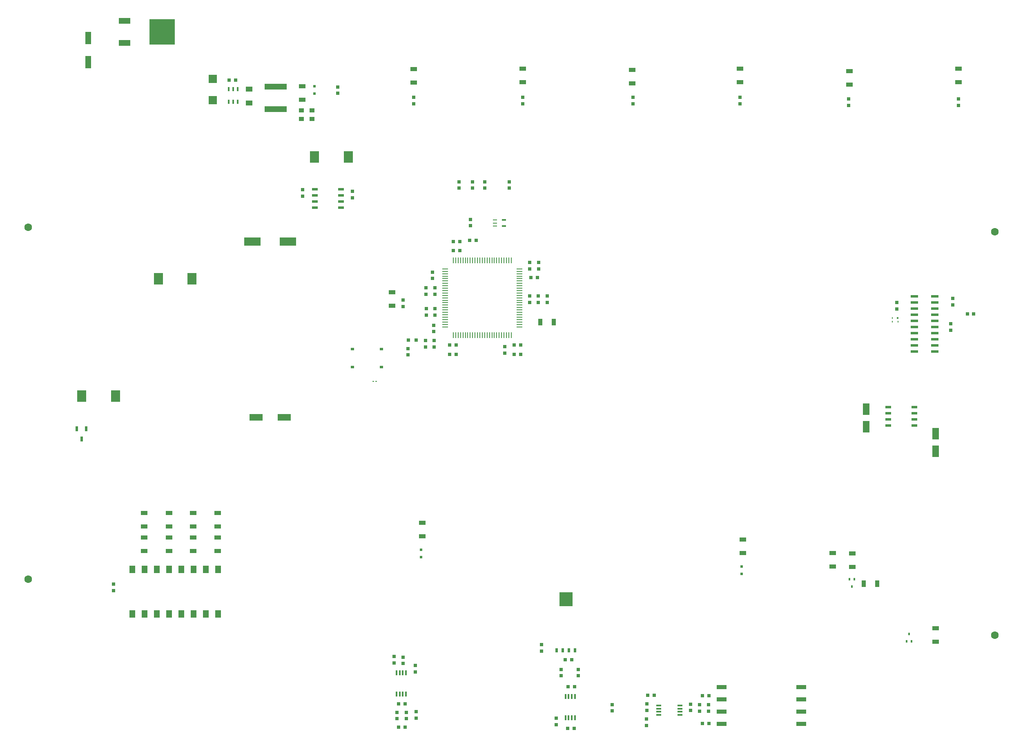
<source format=gtp>
*
%LPD*%
%LNLeVentilateur.GTP*%
%FSLAX25Y25*%
%MOIN*%
%AD*%
%AD*%
%ADD147R,0.094488189X0.050393701*%
%ADD148R,0.211023622X0.211023622*%
%ADD149R,0.062992126X0.018897638*%
%ADD150C,0.062992126*%
%ADD151R,0.037795276X0.051968504*%
%ADD152R,0.107086614X0.116535433*%
%ADD153R,0.018897638X0.037795276*%
%ADD154R,0.026771654X0.02992126*%
%ADD155R,0.014488189X0.020314961*%
%ADD156R,0.051968504X0.037795276*%
%ADD157R,0.028346457X0.031496063*%
%ADD158R,0.108661417X0.058267717*%
%ADD159R,0.031496063X0.028346457*%
%ADD160R,0.050393701X0.100787402*%
%ADD161R,0.02992126X0.026771654*%
%ADD162R,0.072440945X0.096062992*%
%ADD163R,0.048031496X0.020472441*%
%ADD164R,0.058267717X0.094488189*%
%ADD165R,0.013543307X0.0136*%
%ADD166R,0.011023622X0.0144*%
%ADD167R,0.011023622X0.0136*%
%ADD168R,0.044094488X0.014173228*%
%ADD169R,0.132283465X0.066141732*%
%ADD170R,0.014173228X0.044094488*%
%ADD171R,0.045669291X0.062992126*%
%ADD172R,0.022047244X0.023622047*%
%ADD173R,0.037795276X0.012598425*%
%ADD174R,0.037795276X0.0104*%
%ADD175R,0.026771654X0.031496063*%
%ADD176R,0.013385827X0.009448819*%
%ADD177R,0.031496063X0.022047244*%
%ADD178R,0.009448819X0.046456693*%
%ADD179R,0.046456693X0.009448819*%
%ADD180R,0.042519685X0.036220472*%
%ADD181R,0.179527559X0.050393701*%
%ADD182R,0.017322835X0.033070866*%
%ADD183R,0.056692913X0.040944882*%
%ADD184R,0.067716535X0.069291339*%
%ADD185R,0.081889764X0.037795276*%
%ADD186R,0.018897638X0.039370079*%
G54D147*
%SRX1Y1I0.0J0.0*%
G1X193547Y822500D3*
G1X193547Y840500D3*
G54D148*
G1X224453Y831500D3*
G54D149*
G1X854866Y615643D3*
G1X854866Y610643D3*
G1X854866Y600643D3*
G1X854866Y585643D3*
G1X854866Y575643D3*
G1X854866Y570643D3*
G1X838134Y615643D3*
G1X838134Y610643D3*
G1X838134Y600643D3*
G1X838134Y585643D3*
G1X838134Y575643D3*
G1X838134Y570643D3*
G1X854866Y605643D3*
G1X854866Y595643D3*
G1X854866Y590643D3*
G1X854866Y580643D3*
G1X838134Y605643D3*
G1X838134Y595643D3*
G1X838134Y590643D3*
G1X838134Y580643D3*
G54D150*
G1X115000Y385000D3*
G1X115000Y672000D3*
G1X904000Y668500D3*
G1X904000Y339500D3*
G54D151*
G1X532976Y594815D3*
G1X544000Y594815D3*
G1X796988Y381539D3*
G1X808012Y381539D3*
G54D152*
G1X553831Y368828D3*
G54D153*
G1X561331Y326898D3*
G1X556331Y326898D3*
G1X546331Y326898D3*
G1X551331Y326898D3*
G54D154*
G1X670559Y290000D3*
G1X665441Y290000D3*
G1X670575Y267500D3*
G1X665457Y267500D3*
G1X560890Y297500D3*
G1X555772Y297500D3*
G1X422559Y283396D3*
G1X417441Y283396D3*
G1X480559Y661500D3*
G1X475441Y661500D3*
G1X881500Y601500D3*
G1X886618Y601500D3*
G54D155*
G1X789213Y384961D3*
G1X785276Y384961D3*
G1X787244Y379039D3*
G1X832031Y334539D3*
G1X835969Y334539D3*
G1X834000Y340461D3*
G54D156*
G1X771500Y395488D3*
G1X771500Y406512D3*
G1X787500Y394976D3*
G1X787500Y406000D3*
G1X855500Y333988D3*
G1X855500Y345012D3*
G1X696000Y790488D3*
G1X696000Y801512D3*
G1X608035Y789488D3*
G1X608035Y800512D3*
G1X785315Y788476D3*
G1X785315Y799500D3*
G1X874315Y790488D3*
G1X874315Y801512D3*
G1X518500Y790488D3*
G1X518500Y801512D3*
G1X429500Y789988D3*
G1X429500Y801012D3*
G1X269500Y419012D3*
G1X269500Y407988D3*
G1X249500Y419012D3*
G1X249500Y407988D3*
G1X230000Y419012D3*
G1X230000Y407988D3*
G1X230000Y439012D3*
G1X230000Y427988D3*
G1X209500Y419012D3*
G1X209500Y407988D3*
G1X209500Y439012D3*
G1X209500Y427988D3*
G1X436669Y431012D3*
G1X436669Y419988D3*
G1X412000Y619012D3*
G1X412000Y607988D3*
G1X269500Y427988D3*
G1X269500Y439012D3*
G1X249500Y427988D3*
G1X249500Y439012D3*
G1X698169Y406488D3*
G1X698169Y417512D3*
G1X338500Y787000D3*
G1X338500Y775976D3*
G54D157*
G1X553343Y319500D3*
G1X558657Y319500D3*
G1X620685Y290500D3*
G1X626000Y290500D3*
G1X555343Y263500D3*
G1X560657Y263500D3*
G1X417343Y264465D3*
G1X422657Y264465D3*
G1X525343Y631000D3*
G1X530657Y631000D3*
G1X461843Y660500D3*
G1X467157Y660500D3*
G1X461843Y653000D3*
G1X467157Y653000D3*
G1X517017Y568500D3*
G1X511702Y568500D3*
G1X517017Y576000D3*
G1X511702Y576000D3*
G1X464157Y568500D3*
G1X458843Y568500D3*
G1X464157Y576000D3*
G1X458843Y576000D3*
G1X284157Y792000D3*
G1X278843Y792000D3*
G54D158*
G1X301083Y517000D3*
G1X323917Y517000D3*
G54D159*
G1X608500Y778157D3*
G1X608500Y772843D3*
G1X504000Y569343D3*
G1X504000Y574657D3*
G1X339000Y702657D3*
G1X339000Y697343D3*
G1X868000Y593300D3*
G1X868000Y587985D3*
G1X824000Y610657D3*
G1X824000Y605343D3*
G1X696045Y778157D3*
G1X696045Y772843D3*
G1X784740Y776657D3*
G1X784740Y771343D3*
G1X874315Y776657D3*
G1X874315Y771343D3*
G1X518500Y778157D3*
G1X518500Y772843D3*
G1X429500Y778157D3*
G1X429500Y772843D3*
G1X670207Y282657D3*
G1X670207Y277343D3*
G1X663104Y282798D3*
G1X663104Y277483D3*
G1X620000Y283298D3*
G1X620000Y277983D3*
G1X545831Y266343D3*
G1X545831Y271657D3*
G1X431000Y309343D3*
G1X431000Y314657D3*
G1X534000Y331657D3*
G1X534000Y326343D3*
G1X413500Y322157D3*
G1X413500Y316843D3*
G1X431500Y271685D3*
G1X431500Y277000D3*
G1X446347Y579657D3*
G1X446347Y574343D3*
G1X439244Y579657D3*
G1X439244Y574343D3*
G1X421000Y607343D3*
G1X421000Y612657D3*
G1X524293Y616157D3*
G1X524293Y610843D3*
G1X531396Y616157D3*
G1X531396Y610843D3*
G1X538500Y616157D3*
G1X538500Y610843D3*
G1X524396Y643517D3*
G1X524396Y638202D3*
G1X531500Y643517D3*
G1X531500Y638202D3*
G1X440000Y605657D3*
G1X440000Y600343D3*
G1X447104Y605657D3*
G1X447104Y600343D3*
G1X439500Y617343D3*
G1X439500Y622657D3*
G1X447000Y617343D3*
G1X447000Y622657D3*
G1X869500Y614017D3*
G1X869500Y608702D3*
G1X379500Y696185D3*
G1X379500Y701500D3*
G54D160*
G1X164000Y826343D3*
G1X164000Y806657D3*
G54D161*
G1X445000Y630441D3*
G1X445000Y635559D3*
G1X655500Y277941D3*
G1X655500Y283059D3*
G1X619500Y270978D3*
G1X619500Y265860D3*
G1X421000Y316382D3*
G1X421000Y321500D3*
G1X549831Y311559D3*
G1X549831Y306441D3*
G1X564037Y311559D3*
G1X564037Y306441D3*
G1X423481Y271371D3*
G1X423481Y276489D3*
G1X416000Y271371D3*
G1X416000Y276489D3*
G1X477500Y704057D3*
G1X477500Y709175D3*
G1X466500Y704057D3*
G1X466500Y709175D3*
G1X476000Y673441D3*
G1X476000Y678559D3*
G1X425000Y573059D3*
G1X425000Y567941D3*
G1X446000Y592059D3*
G1X446000Y586941D3*
G1X591500Y277581D3*
G1X591500Y282700D3*
G1X487500Y709175D3*
G1X487500Y704057D3*
G1X507500Y709175D3*
G1X507500Y704057D3*
G1X367500Y781441D3*
G1X367500Y786559D3*
G1X184500Y381000D3*
G1X184500Y375882D3*
G54D162*
G1X348720Y729500D3*
G1X376280Y729500D3*
G1X248780Y630000D3*
G1X221220Y630000D3*
G1X158720Y534354D3*
G1X186280Y534354D3*
G54D163*
G1X348823Y703000D3*
G1X348823Y698000D3*
G1X348823Y693000D3*
G1X348823Y688000D3*
G1X370177Y688000D3*
G1X370177Y693000D3*
G1X370177Y698000D3*
G1X370177Y703000D3*
G1X838177Y525500D3*
G1X838177Y520500D3*
G1X838177Y515500D3*
G1X838177Y510500D3*
G1X816823Y510500D3*
G1X816823Y515500D3*
G1X816823Y520500D3*
G1X816823Y525500D3*
G54D164*
G1X799000Y509413D3*
G1X799000Y523587D3*
G1X855500Y489413D3*
G1X855500Y503587D3*
G54D165*
G1X824705Y597976D3*
G54D166*
G1X820138Y597976D3*
G1X820138Y595024D3*
G54D167*
G1X824862Y595024D3*
G54D168*
G1X629677Y274424D3*
G1X629677Y276983D3*
G1X629677Y279543D3*
G1X629677Y282102D3*
G1X647000Y282102D3*
G1X647000Y279543D3*
G1X647000Y276983D3*
G1X647000Y274424D3*
G54D169*
G1X297933Y660500D3*
G1X327067Y660500D3*
G54D170*
G1X561169Y271924D3*
G1X558610Y271924D3*
G1X556051Y271924D3*
G1X553492Y271924D3*
G1X553492Y289247D3*
G1X556051Y289247D3*
G1X558610Y289247D3*
G1X561169Y289247D3*
G1X415661Y308609D3*
G1X418220Y308609D3*
G1X420780Y308609D3*
G1X423339Y308609D3*
G1X423339Y291286D3*
G1X420780Y291286D3*
G1X418220Y291286D3*
G1X415661Y291286D3*
G54D171*
G1X270000Y393110D3*
G1X260000Y393110D3*
G1X250000Y393110D3*
G1X240000Y393110D3*
G1X230000Y393110D3*
G1X220000Y393110D3*
G1X210000Y393110D3*
G1X200000Y393110D3*
G1X200000Y356890D3*
G1X210000Y356890D3*
G1X220000Y356890D3*
G1X230000Y356890D3*
G1X240000Y356890D3*
G1X250000Y356890D3*
G1X260000Y356890D3*
G1X270000Y356890D3*
G54D172*
G1X697169Y395453D3*
G1X697169Y389547D3*
G1X435669Y408953D3*
G1X435669Y403047D3*
G1X348500Y787000D3*
G1X348500Y781094D3*
G54D173*
G1X503461Y678059D3*
G1X503461Y672941D3*
G54D174*
G1X495980Y672941D3*
G1X495980Y675500D3*
G1X495980Y678059D3*
G54D175*
G1X425350Y580000D3*
G1X431650Y580000D3*
G54D176*
G1X399083Y546500D3*
G1X396622Y546500D3*
G54D177*
G1X403311Y558217D3*
G1X379689Y558217D3*
G1X403311Y572783D3*
G1X379689Y572783D3*
G54D178*
G1X461982Y644965D3*
G1X463951Y644965D3*
G1X465919Y644965D3*
G1X467888Y644965D3*
G1X469856Y644965D3*
G1X471825Y644965D3*
G1X473793Y644965D3*
G1X475762Y644965D3*
G1X477730Y644965D3*
G1X479699Y644965D3*
G1X481667Y644965D3*
G1X483636Y644965D3*
G1X485604Y644965D3*
G1X487573Y644965D3*
G1X489541Y644965D3*
G1X491510Y644965D3*
G1X493478Y644965D3*
G1X495447Y644965D3*
G1X497415Y644965D3*
G1X499384Y644965D3*
G1X501352Y644965D3*
G1X503321Y644965D3*
G1X505289Y644965D3*
G1X507258Y644965D3*
G1X509226Y644965D3*
G1X509226Y584035D3*
G1X507258Y584035D3*
G1X505289Y584035D3*
G1X503321Y584035D3*
G1X501352Y584035D3*
G1X499384Y584035D3*
G1X497415Y584035D3*
G1X495447Y584035D3*
G1X493478Y584035D3*
G1X491510Y584035D3*
G1X489541Y584035D3*
G1X487573Y584035D3*
G1X485604Y584035D3*
G1X483636Y584035D3*
G1X481667Y584035D3*
G1X479699Y584035D3*
G1X477730Y584035D3*
G1X475762Y584035D3*
G1X473793Y584035D3*
G1X471825Y584035D3*
G1X469856Y584035D3*
G1X467888Y584035D3*
G1X465919Y584035D3*
G1X463951Y584035D3*
G1X461982Y584035D3*
G54D179*
G1X516069Y638122D3*
G1X516069Y636154D3*
G1X516069Y634185D3*
G1X516069Y632217D3*
G1X516069Y630248D3*
G1X516069Y628280D3*
G1X516069Y626311D3*
G1X516069Y624343D3*
G1X516069Y622374D3*
G1X516069Y620406D3*
G1X516069Y618437D3*
G1X516069Y616469D3*
G1X516069Y614500D3*
G1X516069Y612531D3*
G1X516069Y610563D3*
G1X516069Y608594D3*
G1X516069Y606626D3*
G1X516069Y604657D3*
G1X516069Y602689D3*
G1X516069Y600720D3*
G1X516069Y598752D3*
G1X516069Y596783D3*
G1X516069Y594815D3*
G1X516069Y592846D3*
G1X516069Y590878D3*
G1X455140Y590878D3*
G1X455140Y592846D3*
G1X455140Y594815D3*
G1X455140Y596783D3*
G1X455140Y598752D3*
G1X455140Y600720D3*
G1X455140Y602689D3*
G1X455140Y604657D3*
G1X455140Y606626D3*
G1X455140Y608594D3*
G1X455140Y610563D3*
G1X455140Y612531D3*
G1X455140Y614500D3*
G1X455140Y616469D3*
G1X455140Y618437D3*
G1X455140Y620406D3*
G1X455140Y622374D3*
G1X455140Y624343D3*
G1X455140Y626311D3*
G1X455140Y628280D3*
G1X455140Y630248D3*
G1X455140Y632217D3*
G1X455140Y634185D3*
G1X455140Y636154D3*
G1X455140Y638122D3*
G54D180*
G1X346500Y767445D3*
G1X346500Y760555D3*
G1X337822Y767445D3*
G1X337822Y760555D3*
G54D181*
G1X316928Y768248D3*
G1X316928Y786752D3*
G54D182*
G1X278607Y784618D3*
G1X282347Y784618D3*
G1X286088Y784618D3*
G1X286088Y774382D3*
G1X282347Y774382D3*
G1X278607Y774382D3*
G54D183*
G1X295258Y773291D3*
G1X295258Y784709D3*
G54D184*
G1X265500Y775839D3*
G1X265500Y793161D3*
G54D185*
G1X681020Y297000D3*
G1X681020Y287000D3*
G1X681020Y277000D3*
G1X681020Y267000D3*
G1X745980Y297000D3*
G1X745980Y287000D3*
G1X745980Y277000D3*
G1X745980Y267000D3*
G54D186*
G1X162260Y507634D3*
G1X154740Y507634D3*
G1X158500Y499366D3*
M2*

</source>
